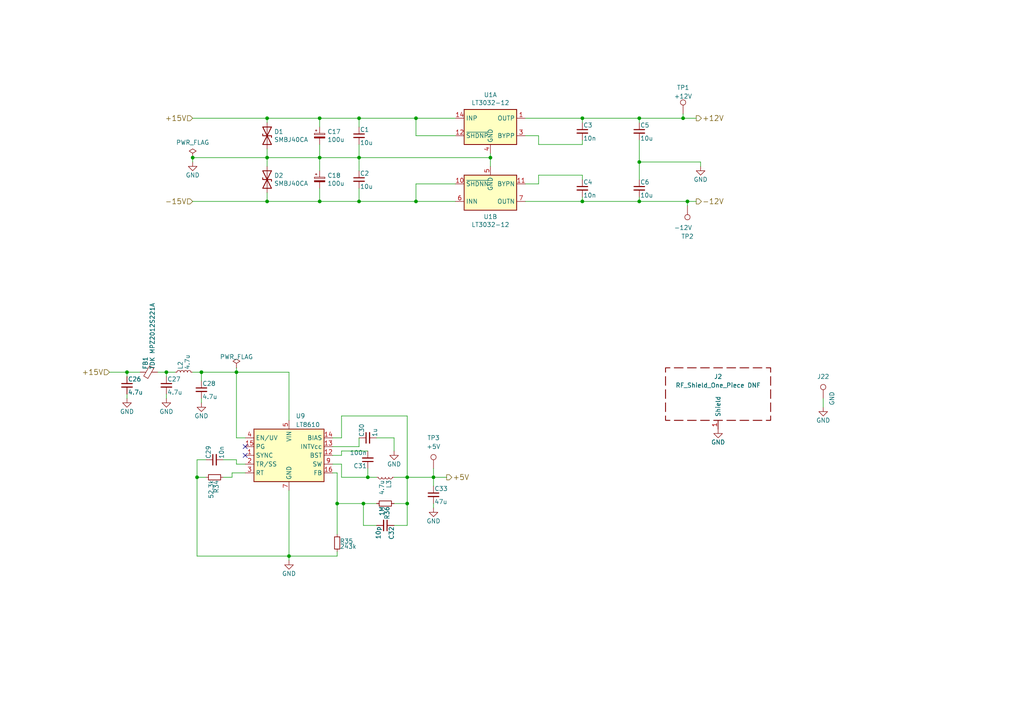
<source format=kicad_sch>
(kicad_sch (version 20230121) (generator eeschema)
  (paper "A4")
  (title_block (title "RedPitaya IntStab: +/-12V,+5V Supply") (date "2023-11-02") (rev "1.5.2") (company "Atoms-Photons-Quanta, Institut für Angewandte Physik, TU Darmstadt") (comment 1 "Tilman Preuschoff"))
  (lib_symbols
    (symbol "Connector:TestPoint" (pin_numbers hide) (pin_names (offset 0.762) hide)
      (property "Reference" "TP" (at 0 6.858 0))
      (property "Value" "TestPoint" (at 0 5.08 0))
      (symbol "TestPoint_0_1"
        (circle (center 0 3.302) (radius 0.762))
      )
      (symbol "TestPoint_1_1"
        (pin passive line (at 0 0 90) (length 2.54) (name "1") (number "1"))
      )
    )
    (symbol "Device:C_Polarized_Small" (pin_numbers hide) (pin_names (offset 0.254) hide)
      (property "Reference" "C" (at 0.254 1.778 0))
      (property "Value" "C_Polarized_Small" (at 0.254 -2.032 0))
      (symbol "C_Polarized_Small_0_1"
        (rectangle (start -1.524 -0.3048) (end 1.524 -0.6858) (fill (type outline)))
        (rectangle (start -1.524 0.6858) (end 1.524 0.3048))
        (polyline (pts (xy -1.27 1.524) (xy -0.762 1.524)))
        (polyline (pts (xy -1.016 1.27) (xy -1.016 1.778)))
      )
      (symbol "C_Polarized_Small_1_1"
        (pin passive line (at 0 2.54 270) (length 1.8542) (name "~") (number "1"))
        (pin passive line (at 0 -2.54 90) (length 1.8542) (name "~") (number "2"))
      )
    )
    (symbol "Device:C_Small" (pin_numbers hide) (pin_names (offset 0.254) hide)
      (property "Reference" "C" (at 0.254 1.778 0))
      (property "Value" "C_Small" (at 0.254 -2.032 0))
      (symbol "C_Small_0_1"
        (polyline (pts (xy -1.524 -0.508) (xy 1.524 -0.508)) (stroke (width 0.3302)))
        (polyline (pts (xy -1.524 0.508) (xy 1.524 0.508)) (stroke (width 0.3048)))
      )
      (symbol "C_Small_1_1"
        (pin passive line (at 0 2.54 270) (length 2.032) (name "~") (number "1"))
        (pin passive line (at 0 -2.54 90) (length 2.032) (name "~") (number "2"))
      )
    )
    (symbol "Device:D_TVS" (pin_numbers hide) (pin_names (offset 1.016) hide)
      (property "Reference" "D" (at 0 2.54 0))
      (property "Value" "D_TVS" (at 0 -2.54 0))
      (symbol "D_TVS_0_1"
        (polyline (pts (xy 1.27 0) (xy -1.27 0)))
        (polyline (pts (xy 0.508 1.27) (xy 0 1.27) (xy 0 -1.27) (xy -0.508 -1.27)) (stroke (width 0.254)))
        (polyline (pts (xy -2.54 1.27) (xy -2.54 -1.27) (xy 2.54 1.27) (xy 2.54 -1.27) (xy -2.54 1.27)) (stroke (width 0.254)))
      )
      (symbol "D_TVS_1_1"
        (pin passive line (at -3.81 0 0) (length 2.54) (name "A1") (number "1"))
        (pin passive line (at 3.81 0 180) (length 2.54) (name "A2") (number "2"))
      )
    )
    (symbol "Device:FerriteBead_Small" (pin_numbers hide) (pin_names (offset 0))
      (property "Reference" "FB" (at 1.905 1.27 0))
      (property "Value" "FerriteBead_Small" (at 1.905 -1.27 0))
      (symbol "FerriteBead_Small_0_1"
        (polyline (pts (xy 0 -1.27) (xy 0 -0.7874)))
        (polyline (pts (xy 0 0.889) (xy 0 1.2954)))
        (polyline (pts (xy -1.8288 0.2794) (xy -1.1176 1.4986) (xy 1.8288 -0.2032) (xy 1.1176 -1.4224) (xy -1.8288 0.2794)))
      )
      (symbol "FerriteBead_Small_1_1"
        (pin passive line (at 0 2.54 270) (length 1.27) (name "~") (number "1"))
        (pin passive line (at 0 -2.54 90) (length 1.27) (name "~") (number "2"))
      )
    )
    (symbol "Device:L_Small" (pin_numbers hide) (pin_names (offset 0.254) hide)
      (property "Reference" "L" (at 0.762 1.016 0))
      (property "Value" "L_Small" (at 0.762 -1.016 0))
      (symbol "L_Small_0_1"
        (arc (start 0 -2.032) (mid 0.5058 -1.524) (end 0 -1.016))
        (arc (start 0 -1.016) (mid 0.5058 -0.508) (end 0 0))
        (arc (start 0 0) (mid 0.5058 0.508) (end 0 1.016))
        (arc (start 0 1.016) (mid 0.5058 1.524) (end 0 2.032))
      )
      (symbol "L_Small_1_1"
        (pin passive line (at 0 2.54 270) (length 0.508) (name "~") (number "1"))
        (pin passive line (at 0 -2.54 90) (length 0.508) (name "~") (number "2"))
      )
    )
    (symbol "Device:RFShield_OnePiece" (pin_names (offset 1.016))
      (property "Reference" "J" (at 0 5.08 0))
      (property "Value" "RFShield_OnePiece" (at 0 2.54 0))
      (symbol "RFShield_OnePiece_0_1"
        (polyline (pts (xy -15.24 -5.08) (xy -15.24 -2.54)) (stroke (width 0.254)))
        (polyline (pts (xy -15.24 -1.27) (xy -15.24 1.27)) (stroke (width 0.254)))
        (polyline (pts (xy -15.24 2.54) (xy -15.24 5.08)) (stroke (width 0.254)))
        (polyline (pts (xy -12.7 7.62) (xy -10.16 7.62)) (stroke (width 0.254)))
        (polyline (pts (xy -10.16 -7.62) (xy -12.7 -7.62)) (stroke (width 0.254)))
        (polyline (pts (xy -6.35 -7.62) (xy -8.89 -7.62)) (stroke (width 0.254)))
        (polyline (pts (xy -6.35 7.62) (xy -8.89 7.62)) (stroke (width 0.254)))
        (polyline (pts (xy -2.54 -7.62) (xy -5.08 -7.62)) (stroke (width 0.254)))
        (polyline (pts (xy -2.54 7.62) (xy -5.08 7.62)) (stroke (width 0.254)))
        (polyline (pts (xy -1.27 -7.62) (xy 1.27 -7.62)) (stroke (width 0.254)))
        (polyline (pts (xy 1.27 7.62) (xy -1.27 7.62)) (stroke (width 0.254)))
        (polyline (pts (xy 2.54 -7.62) (xy 5.08 -7.62)) (stroke (width 0.254)))
        (polyline (pts (xy 5.08 7.62) (xy 2.54 7.62)) (stroke (width 0.254)))
        (polyline (pts (xy 6.35 -7.62) (xy 8.89 -7.62)) (stroke (width 0.254)))
        (polyline (pts (xy 8.89 7.62) (xy 6.35 7.62)) (stroke (width 0.254)))
        (polyline (pts (xy 10.16 -7.62) (xy 12.7 -7.62)) (stroke (width 0.254)))
        (polyline (pts (xy 12.7 7.62) (xy 10.16 7.62)) (stroke (width 0.254)))
        (polyline (pts (xy 15.24 -5.08) (xy 15.24 -2.54)) (stroke (width 0.254)))
        (polyline (pts (xy 15.24 -1.27) (xy 15.24 1.27)) (stroke (width 0.254)))
        (polyline (pts (xy 15.24 2.54) (xy 15.24 5.08)) (stroke (width 0.254)))
        (polyline (pts (xy -15.24 6.35) (xy -15.24 7.62) (xy -13.97 7.62)) (stroke (width 0.254)))
        (polyline (pts (xy -13.97 -7.62) (xy -15.24 -7.62) (xy -15.24 -6.35)) (stroke (width 0.254)))
        (polyline (pts (xy 13.97 -7.62) (xy 15.24 -7.62) (xy 15.24 -6.35)) (stroke (width 0.254)))
        (polyline (pts (xy 15.24 6.35) (xy 15.24 7.62) (xy 13.97 7.62)) (stroke (width 0.254)))
      )
      (symbol "RFShield_OnePiece_1_1"
        (pin passive line (at 0 -10.16 90) (length 2.54) (name "Shield") (number "1"))
      )
    )
    (symbol "Device:R_Small" (pin_numbers hide) (pin_names (offset 0.254) hide)
      (property "Reference" "R" (at 0.762 0.508 0))
      (property "Value" "R_Small" (at 0.762 -1.016 0))
      (symbol "R_Small_0_1"
        (rectangle (start -0.762 1.778) (end 0.762 -1.778) (stroke (width 0.2032)))
      )
      (symbol "R_Small_1_1"
        (pin passive line (at 0 2.54 270) (length 0.762) (name "~") (number "1"))
        (pin passive line (at 0 -2.54 90) (length 0.762) (name "~") (number "2"))
      )
    )
    (symbol "Regulator_Linear:LT3032-12"
      (property "Reference" "U" (at -6.35 6.35 0))
      (property "Value" "LT3032-12" (at 1.27 6.35 0))
      (symbol "LT3032-12_0_1"
        (rectangle (start -7.62 5.08) (end 7.62 -5.08) (stroke (width 0.254)) (fill (type background)))
      )
      (symbol "LT3032-12_1_1"
        (pin power_out line (at 10.16 2.54 180) (length 2.54) (name "OUTP") (number "1"))
        (pin input line (at -10.16 -2.54 0) (length 2.54) (name "~{SHDNP}") (number "12"))
        (pin no_connect line (at 7.62 -5.08 180) (length 2.54) hide (name "NC") (number "13"))
        (pin power_in line (at -10.16 2.54 0) (length 2.54) (name "INP") (number "14"))
        (pin no_connect line (at 7.62 0 180) (length 2.54) hide (name "NC") (number "2"))
        (pin passive line (at 10.16 -2.54 180) (length 2.54) (name "BYPP") (number "3"))
        (pin power_in line (at 0 -7.62 90) (length 2.54) (name "GND") (number "4"))
      )
      (symbol "LT3032-12_2_1"
        (pin input line (at -10.16 -2.54 0) (length 2.54) (name "~{SHDNN}") (number "10"))
        (pin passive line (at 10.16 -2.54 180) (length 2.54) (name "BYPN") (number "11"))
        (pin power_in line (at 0 -7.62 90) (length 2.54) (name "GND") (number "5"))
        (pin power_in line (at -10.16 2.54 0) (length 2.54) (name "INN") (number "6"))
        (pin power_out line (at 10.16 2.54 180) (length 2.54) (name "OUTN") (number "7"))
        (pin no_connect line (at 7.62 0 180) (length 2.54) hide (name "NC") (number "8"))
        (pin passive line (at -10.16 2.54 0) (length 2.54) hide (name "INN") (number "9"))
      )
    )
    (symbol "Regulator_Switching:LT8610"
      (property "Reference" "U" (at -8.89 8.89 0))
      (property "Value" "LT8610" (at 6.858 8.636 0))
      (symbol "LT8610_0_1"
        (rectangle (start -10.16 7.62) (end 10.16 -7.62) (stroke (width 0.254)) (fill (type background)))
      )
      (symbol "LT8610_1_1"
        (pin input line (at -12.7 0 0) (length 2.54) (name "SYNC") (number "1"))
        (pin passive line (at 12.7 -2.54 180) (length 2.54) hide (name "SW") (number "10"))
        (pin passive line (at 12.7 -2.54 180) (length 2.54) hide (name "SW") (number "11"))
        (pin input line (at 12.7 0 180) (length 2.54) (name "BST") (number "12"))
        (pin passive line (at 12.7 2.54 180) (length 2.54) (name "INTVcc") (number "13"))
        (pin input line (at 12.7 5.08 180) (length 2.54) (name "BIAS") (number "14"))
        (pin open_collector line (at -12.7 2.54 0) (length 2.54) (name "PG") (number "15"))
        (pin input line (at 12.7 -5.08 180) (length 2.54) (name "FB") (number "16"))
        (pin passive line (at 0 -10.16 90) (length 2.54) hide (name "GND") (number "17"))
        (pin input line (at -12.7 -2.54 0) (length 2.54) (name "TR/SS") (number "2"))
        (pin passive line (at -12.7 -5.08 0) (length 2.54) (name "RT") (number "3"))
        (pin input line (at -12.7 5.08 0) (length 2.54) (name "EN/UV") (number "4"))
        (pin power_in line (at 0 10.16 270) (length 2.54) (name "VIN") (number "5"))
        (pin passive line (at 0 10.16 270) (length 2.54) hide (name "VIN") (number "6"))
        (pin power_in line (at 0 -10.16 90) (length 2.54) (name "GND") (number "7"))
        (pin passive line (at 0 -10.16 90) (length 2.54) hide (name "GND") (number "8"))
        (pin output line (at 12.7 -2.54 180) (length 2.54) (name "SW") (number "9"))
      )
    )
    (symbol "power:GND" (power) (pin_names (offset 0))
      (property "Value" "GND" (at 0 -3.81 0))
      (symbol "GND_0_1"
        (polyline (pts (xy 0 0) (xy 0 -1.27) (xy 1.27 -1.27) (xy 0 -2.54) (xy -1.27 -1.27) (xy 0 -1.27)))
      )
      (symbol "GND_1_1"
        (pin power_in line (at 0 0 270) (length 0) hide (name "GND") (number "1"))
      )
    )
    (symbol "power:PWR_FLAG" (power) (pin_numbers hide) (pin_names (offset 0) hide)
      (property "Value" "PWR_FLAG" (at 0 3.81 0))
      (symbol "PWR_FLAG_0_0"
        (pin power_out line (at 0 0 90) (length 0) (name "pwr") (number "1"))
      )
      (symbol "PWR_FLAG_0_1"
        (polyline (pts (xy 0 0) (xy 0 1.27) (xy -1.016 1.905) (xy 0 2.54) (xy 1.016 1.905) (xy 0 1.27)))
      )
    )
  )
  (junction (at 106.68 138.43))
  (junction (at 104.14 58.42))
  (junction (at 120.65 34.29))
  (junction (at 125.73 138.43))
  (junction (at 185.42 58.42))
  (junction (at 77.47 34.29))
  (junction (at 120.65 58.42))
  (junction (at 118.11 138.43))
  (junction (at 68.58 107.95))
  (junction (at 104.14 34.29))
  (junction (at 118.11 146.05))
  (junction (at 55.88 45.72))
  (junction (at 97.79 146.05))
  (junction (at 105.41 146.05))
  (junction (at 92.71 58.42))
  (junction (at 36.83 107.95))
  (junction (at 198.12 34.29))
  (junction (at 83.82 161.29))
  (junction (at 48.26 107.95))
  (junction (at 58.42 107.95))
  (junction (at 92.71 45.72))
  (junction (at 77.47 58.42))
  (junction (at 185.42 34.29))
  (junction (at 57.15 138.43))
  (junction (at 142.24 45.72))
  (junction (at 77.47 45.72))
  (junction (at 199.39 58.42))
  (junction (at 185.42 46.99))
  (junction (at 168.91 34.29))
  (junction (at 92.71 34.29))
  (junction (at 104.14 45.72))
  (junction (at 168.91 58.42))
  (no_connect (at 71.12 129.54))
  (no_connect (at 71.12 132.08))
  (wire (pts (xy 92.71 45.72) (xy 104.14 45.72)))
  (wire (pts (xy 77.47 45.72) (xy 77.47 43.18)))
  (wire (pts (xy 68.58 134.62) (xy 68.58 133.35)))
  (wire (pts (xy 96.52 132.08) (xy 99.06 132.08)))
  (wire (pts (xy 96.52 137.16) (xy 97.79 137.16)))
  (wire (pts (xy 77.47 45.72) (xy 92.71 45.72)))
  (wire (pts (xy 77.47 58.42) (xy 92.71 58.42)))
  (wire (pts (xy 57.15 161.29) (xy 83.82 161.29)))
  (wire (pts (xy 68.58 127) (xy 71.12 127)))
  (wire (pts (xy 118.11 138.43) (xy 118.11 146.05)))
  (wire (pts (xy 114.3 127) (xy 114.3 130.81)))
  (wire (pts (xy 48.26 107.95) (xy 48.26 109.22)))
  (wire (pts (xy 55.88 34.29) (xy 77.47 34.29)))
  (wire (pts (xy 99.06 132.08) (xy 99.06 130.81)))
  (wire (pts (xy 92.71 49.53) (xy 92.71 45.72)))
  (wire (pts (xy 64.77 138.43) (xy 67.31 138.43)))
  (wire (pts (xy 96.52 129.54) (xy 104.14 129.54)))
  (wire (pts (xy 198.12 34.29) (xy 201.93 34.29)))
  (wire (pts (xy 68.58 106.68) (xy 68.58 107.95)))
  (wire (pts (xy 118.11 152.4) (xy 118.11 146.05)))
  (wire (pts (xy 104.14 34.29) (xy 104.14 36.83)))
  (wire (pts (xy 105.41 152.4) (xy 105.41 146.05)))
  (wire (pts (xy 120.65 53.34) (xy 132.08 53.34)))
  (wire (pts (xy 58.42 107.95) (xy 58.42 110.49)))
  (wire (pts (xy 58.42 115.57) (xy 58.42 116.84)))
  (wire (pts (xy 83.82 142.24) (xy 83.82 161.29)))
  (wire (pts (xy 203.2 46.99) (xy 203.2 48.26)))
  (wire (pts (xy 92.71 36.83) (xy 92.71 34.29)))
  (wire (pts (xy 31.75 107.95) (xy 36.83 107.95)))
  (wire (pts (xy 142.24 44.45) (xy 142.24 45.72)))
  (wire (pts (xy 120.65 34.29) (xy 104.14 34.29)))
  (wire (pts (xy 36.83 114.3) (xy 36.83 115.57)))
  (wire (pts (xy 68.58 107.95) (xy 83.82 107.95)))
  (wire (pts (xy 185.42 46.99) (xy 203.2 46.99)))
  (wire (pts (xy 109.22 127) (xy 114.3 127)))
  (wire (pts (xy 99.06 127) (xy 99.06 120.65)))
  (wire (pts (xy 92.71 58.42) (xy 104.14 58.42)))
  (wire (pts (xy 92.71 34.29) (xy 104.14 34.29)))
  (wire (pts (xy 120.65 39.37) (xy 132.08 39.37)))
  (wire (pts (xy 156.21 50.8) (xy 156.21 53.34)))
  (wire (pts (xy 198.12 33.02) (xy 198.12 34.29)))
  (wire (pts (xy 92.71 54.61) (xy 92.71 58.42)))
  (wire (pts (xy 97.79 146.05) (xy 105.41 146.05)))
  (wire (pts (xy 105.41 146.05) (xy 109.22 146.05)))
  (wire (pts (xy 152.4 39.37) (xy 156.21 39.37)))
  (wire (pts (xy 45.72 107.95) (xy 48.26 107.95)))
  (wire (pts (xy 55.88 58.42) (xy 77.47 58.42)))
  (wire (pts (xy 92.71 41.91) (xy 92.71 45.72)))
  (wire (pts (xy 125.73 135.89) (xy 125.73 138.43)))
  (wire (pts (xy 77.47 48.26) (xy 77.47 45.72)))
  (wire (pts (xy 199.39 58.42) (xy 185.42 58.42)))
  (wire (pts (xy 104.14 45.72) (xy 142.24 45.72)))
  (wire (pts (xy 114.3 138.43) (xy 118.11 138.43)))
  (wire (pts (xy 168.91 34.29) (xy 185.42 34.29)))
  (wire (pts (xy 185.42 58.42) (xy 168.91 58.42)))
  (wire (pts (xy 125.73 147.32) (xy 125.73 146.05)))
  (wire (pts (xy 96.52 127) (xy 99.06 127)))
  (wire (pts (xy 48.26 107.95) (xy 50.8 107.95)))
  (wire (pts (xy 104.14 45.72) (xy 104.14 49.53)))
  (wire (pts (xy 120.65 58.42) (xy 132.08 58.42)))
  (wire (pts (xy 68.58 107.95) (xy 68.58 127)))
  (wire (pts (xy 77.47 55.88) (xy 77.47 58.42)))
  (wire (pts (xy 118.11 138.43) (xy 125.73 138.43)))
  (wire (pts (xy 125.73 138.43) (xy 125.73 140.97)))
  (wire (pts (xy 185.42 46.99) (xy 185.42 52.07)))
  (wire (pts (xy 83.82 161.29) (xy 97.79 161.29)))
  (wire (pts (xy 36.83 107.95) (xy 40.64 107.95)))
  (wire (pts (xy 106.68 138.43) (xy 109.22 138.43)))
  (wire (pts (xy 104.14 129.54) (xy 104.14 127)))
  (wire (pts (xy 156.21 50.8) (xy 168.91 50.8)))
  (wire (pts (xy 114.3 152.4) (xy 118.11 152.4)))
  (wire (pts (xy 55.88 107.95) (xy 58.42 107.95)))
  (wire (pts (xy 77.47 34.29) (xy 92.71 34.29)))
  (wire (pts (xy 199.39 59.69) (xy 199.39 58.42)))
  (wire (pts (xy 152.4 34.29) (xy 168.91 34.29)))
  (wire (pts (xy 58.42 107.95) (xy 68.58 107.95)))
  (wire (pts (xy 71.12 137.16) (xy 67.31 137.16)))
  (wire (pts (xy 156.21 53.34) (xy 152.4 53.34)))
  (wire (pts (xy 114.3 146.05) (xy 118.11 146.05)))
  (wire (pts (xy 57.15 138.43) (xy 57.15 161.29)))
  (wire (pts (xy 55.88 45.72) (xy 55.88 46.99)))
  (wire (pts (xy 238.76 115.57) (xy 238.76 118.11)))
  (wire (pts (xy 97.79 146.05) (xy 97.79 154.94)))
  (wire (pts (xy 36.83 107.95) (xy 36.83 109.22)))
  (wire (pts (xy 97.79 161.29) (xy 97.79 160.02)))
  (wire (pts (xy 104.14 41.91) (xy 104.14 45.72)))
  (wire (pts (xy 125.73 138.43) (xy 129.54 138.43)))
  (wire (pts (xy 57.15 133.35) (xy 59.69 133.35)))
  (wire (pts (xy 99.06 134.62) (xy 99.06 138.43)))
  (wire (pts (xy 67.31 137.16) (xy 67.31 138.43)))
  (wire (pts (xy 96.52 134.62) (xy 99.06 134.62)))
  (wire (pts (xy 77.47 35.56) (xy 77.47 34.29)))
  (wire (pts (xy 99.06 130.81) (xy 106.68 130.81)))
  (wire (pts (xy 57.15 138.43) (xy 57.15 133.35)))
  (wire (pts (xy 168.91 50.8) (xy 168.91 52.07)))
  (wire (pts (xy 55.88 45.72) (xy 77.47 45.72)))
  (wire (pts (xy 99.06 120.65) (xy 118.11 120.65)))
  (wire (pts (xy 156.21 41.91) (xy 168.91 41.91)))
  (wire (pts (xy 142.24 45.72) (xy 142.24 48.26)))
  (wire (pts (xy 168.91 57.15) (xy 168.91 58.42)))
  (wire (pts (xy 152.4 58.42) (xy 168.91 58.42)))
  (wire (pts (xy 185.42 40.64) (xy 185.42 46.99)))
  (wire (pts (xy 48.26 115.57) (xy 48.26 114.3)))
  (wire (pts (xy 99.06 138.43) (xy 106.68 138.43)))
  (wire (pts (xy 201.93 58.42) (xy 199.39 58.42)))
  (wire (pts (xy 83.82 121.92) (xy 83.82 107.95)))
  (wire (pts (xy 185.42 34.29) (xy 198.12 34.29)))
  (wire (pts (xy 156.21 39.37) (xy 156.21 41.91)))
  (wire (pts (xy 118.11 120.65) (xy 118.11 138.43)))
  (wire (pts (xy 185.42 34.29) (xy 185.42 35.56)))
  (wire (pts (xy 168.91 41.91) (xy 168.91 40.64)))
  (wire (pts (xy 120.65 53.34) (xy 120.65 58.42)))
  (wire (pts (xy 185.42 57.15) (xy 185.42 58.42)))
  (wire (pts (xy 83.82 161.29) (xy 83.82 162.56)))
  (wire (pts (xy 68.58 134.62) (xy 71.12 134.62)))
  (wire (pts (xy 109.22 152.4) (xy 105.41 152.4)))
  (wire (pts (xy 120.65 34.29) (xy 132.08 34.29)))
  (wire (pts (xy 120.65 58.42) (xy 104.14 58.42)))
  (wire (pts (xy 104.14 54.61) (xy 104.14 58.42)))
  (wire (pts (xy 106.68 135.89) (xy 106.68 138.43)))
  (wire (pts (xy 59.69 138.43) (xy 57.15 138.43)))
  (wire (pts (xy 97.79 137.16) (xy 97.79 146.05)))
  (wire (pts (xy 168.91 34.29) (xy 168.91 35.56)))
  (wire (pts (xy 120.65 39.37) (xy 120.65 34.29)))
  (wire (pts (xy 68.58 133.35) (xy 64.77 133.35)))
  (hierarchical_label "+15V" (shape input) (at 31.75 107.95 180) (effects (font (size 1.524 1.524))))
  (hierarchical_label "+12V" (shape output) (at 201.93 34.29 0) (effects (font (size 1.524 1.524))))
  (hierarchical_label "-15V" (shape input) (at 55.88 58.42 180) (effects (font (size 1.524 1.524))))
  (hierarchical_label "+15V" (shape input) (at 55.88 34.29 180) (effects (font (size 1.524 1.524))))
  (hierarchical_label "-12V" (shape output) (at 201.93 58.42 0) (effects (font (size 1.524 1.524))))
  (hierarchical_label "+5V" (shape output) (at 129.54 138.43 0) (effects (font (size 1.524 1.524))))
  (symbol (lib_id "Device:C_Small") (at 36.83 111.76 0) (unit 1)
    (property "Reference" "C26" (at 37.084 109.982 0) (effects (justify left)))
    (property "Value" "4.7u" (at 37.084 113.792 0) (effects (justify left)))
    (property "Footprint" "Capacitor_SMD:C_0805_2012Metric" (effects hide))
    (property "MFN" "Taiyo Yuden" (effects hide))
    (property "PN" "UMK212BBJ475KG-T" (effects hide))
  )
  (symbol (lib_id "Device:C_Small") (at 62.23 133.35 90) (unit 1)
    (property "Reference" "C29" (at 60.452 133.096 0) (effects (justify left)))
    (property "Value" "10n" (at 64.262 133.096 0) (effects (justify left)))
    (property "Footprint" "Capacitor_SMD:C_0603_1608Metric" (effects hide))
    (property "MFN" "TDK" (effects hide))
    (property "PN" "CGA3E2C0G1H103J080AA" (effects hide))
  )
  (symbol (lib_id "Device:C_Small") (at 106.68 127 90) (unit 1)
    (property "Reference" "C30" (at 104.902 126.746 0) (effects (justify left)))
    (property "Value" "1u" (at 108.712 126.746 0) (effects (justify left)))
    (property "Footprint" "Capacitor_SMD:C_0805_2012Metric" (effects hide))
    (property "MFN" "Taiyo Yuden" (effects hide))
    (property "PN" "UMK212B7105KG-T" (effects hide))
  )
  (symbol (lib_id "Device:C_Small") (at 111.76 152.4 270) (unit 1)
    (property "Reference" "C32" (at 113.538 152.654 0) (effects (justify left)))
    (property "Value" "10p" (at 109.728 152.654 0) (effects (justify left)))
    (property "Footprint" "Capacitor_SMD:C_0603_1608Metric" (effects hide))
    (property "MFN" "Wurth Electronics" (effects hide))
    (property "PN" "885012006051" (effects hide))
  )
  (symbol (lib_id "Device:R_Small") (at 62.23 138.43 270) (unit 1)
    (property "Reference" "R34" (at 62.738 139.192 0) (effects (justify left)))
    (property "Value" "52.3k" (at 61.214 139.192 0) (effects (justify left)))
    (property "Footprint" "Resistor_SMD:R_0603_1608Metric" (effects hide))
    (property "MFN" "Susumu" (effects hide))
    (property "PN" "RR0816P-5232-D-70C" (effects hide))
  )
  (symbol (lib_id "Device:R_Small") (at 97.79 157.48 0) (unit 1)
    (property "Reference" "R35" (at 98.552 156.972 0) (effects (justify left)))
    (property "Value" "243k" (at 98.552 158.496 0) (effects (justify left)))
    (property "Footprint" "Resistor_SMD:R_0603_1608Metric" (effects hide))
    (property "MFN" "Susumu" (effects hide))
    (property "PN" "RR0816P-2433-D-38D" (effects hide))
  )
  (symbol (lib_id "Device:R_Small") (at 111.76 146.05 270) (unit 1)
    (property "Reference" "R36" (at 112.268 146.812 0) (effects (justify left)))
    (property "Value" "1M" (at 110.744 146.812 0) (effects (justify left)))
    (property "Footprint" "Resistor_SMD:R_0603_1608Metric" (effects hide))
    (property "MFN" "Panasonic" (effects hide))
    (property "PN" "ERJ-3RED1004V" (effects hide))
  )
  (symbol (lib_id "Device:L_Small") (at 111.76 138.43 270) (unit 1)
    (property "Reference" "L3" (at 112.776 139.192 0) (effects (justify left)))
    (property "Value" "4.7u" (at 110.744 139.192 0) (effects (justify left)))
    (property "Footprint" "custom:Coilcraft_MSS1278T" (effects hide))
    (property "MFN" "Coilcraft" (effects hide))
    (property "PN" "MSS1278T-472MLD" (effects hide))
  )
  (symbol (lib_id "Device:L_Small") (at 53.34 107.95 90) (unit 1)
    (property "Reference" "L2" (at 52.324 107.188 0) (effects (justify left)))
    (property "Value" "4.7u" (at 54.356 107.188 0) (effects (justify left)))
    (property "Footprint" "custom:Coilcraft_MSS1278T" (effects hide))
    (property "MFN" "Coilcraft" (effects hide))
    (property "PN" "MSS1278T-472MLD" (effects hide))
  )
  (symbol (lib_id "Device:FerriteBead_Small") (at 43.18 107.95 90) (unit 1)
    (property "Reference" "FB1" (at 42.164 107.188 0) (effects (justify left)))
    (property "Value" "TDK MPZ2012S221A" (at 44.196 107.188 0) (effects (justify left)))
    (property "Footprint" "Inductor_SMD:L_0805_2012Metric" (effects hide))
    (property "MFN" "TDK" (effects hide))
    (property "PN" "MPZ2012S221AT000" (effects hide))
  )
  (symbol (lib_id "power:GND") (at 36.83 115.57 0) (unit 1)
    (property "Reference" "#PWR05" (effects hide))
    (property "Value" "GND" (at 36.83 119.38 0))
  )
  (symbol (lib_id "power:GND") (at 48.26 115.57 0) (unit 1)
    (property "Reference" "#PWR06" (effects hide))
    (property "Value" "GND" (at 48.26 119.38 0))
  )
  (symbol (lib_id "power:GND") (at 58.42 116.84 0) (unit 1)
    (property "Reference" "#PWR07" (effects hide))
    (property "Value" "GND" (at 58.42 120.65 0))
  )
  (symbol (lib_id "power:GND") (at 83.82 162.56 0) (unit 1)
    (property "Reference" "#PWR08" (effects hide))
    (property "Value" "GND" (at 83.82 166.37 0))
  )
  (symbol (lib_id "power:GND") (at 125.73 147.32 0) (unit 1)
    (property "Reference" "#PWR09" (effects hide))
    (property "Value" "GND" (at 125.73 151.13 0))
  )
  (symbol (lib_id "Device:C_Small") (at 125.73 143.51 0) (unit 1)
    (property "Reference" "C33" (at 125.984 141.732 0) (effects (justify left)))
    (property "Value" "47u" (at 125.984 145.542 0) (effects (justify left)))
    (property "Footprint" "Capacitor_SMD:C_1210_3225Metric" (effects hide))
    (property "MFN" "Taiyo Yuden" (effects hide))
    (property "PN" "EMK325BJ476MM-P" (effects hide))
  )
  (symbol (lib_id "Device:RFShield_OnePiece") (at 208.28 114.3 0) (unit 1)
    (property "Reference" "J2" (at 208.28 109.22 0))
    (property "Value" "RF_Shield_One_Piece DNF" (at 208.28 111.76 0))
    (property "Footprint" "custom:Laird_Technologies_BMI-S-107_44.37x44.37mm" (effects hide))
    (property "MFN" "Wurth Electronics" (effects hide))
    (property "PN" "36907406S" (effects hide))
  )
  (symbol (lib_id "power:GND") (at 208.28 124.46 0) (unit 1)
    (property "Reference" "#PWR010" (effects hide))
    (property "Value" "GND" (at 208.28 128.27 0))
  )
  (symbol (lib_id "Device:C_Small") (at 48.26 111.76 0) (unit 1)
    (property "Reference" "C27" (at 48.514 109.982 0) (effects (justify left)))
    (property "Value" "4.7u" (at 48.514 113.792 0) (effects (justify left)))
    (property "Footprint" "Capacitor_SMD:C_0805_2012Metric" (effects hide))
    (property "MFN" "Taiyo Yuden" (effects hide))
    (property "PN" "UMK212BBJ475KG-T" (effects hide))
  )
  (symbol (lib_id "Device:C_Small") (at 58.42 113.03 0) (unit 1)
    (property "Reference" "C28" (at 58.674 111.252 0) (effects (justify left)))
    (property "Value" "4.7u" (at 58.674 115.062 0) (effects (justify left)))
    (property "Footprint" "Capacitor_SMD:C_0805_2012Metric" (effects hide))
    (property "MFN" "Taiyo Yuden" (effects hide))
    (property "PN" "UMK212BBJ475KG-T" (effects hide))
  )
  (symbol (lib_id "Device:C_Small") (at 106.68 133.35 180) (unit 1)
    (property "Reference" "C31" (at 106.426 135.128 0) (effects (justify left)))
    (property "Value" "100n" (at 106.426 131.318 0) (effects (justify left)))
    (property "Footprint" "Capacitor_SMD:C_0603_1608Metric" (effects hide))
    (property "MFN" "Kemet" (effects hide))
    (property "PN" "C0603C104K5RECAUTO" (effects hide))
  )
  (symbol (lib_id "Device:C_Small") (at 104.14 39.37 0) (unit 1)
    (property "Reference" "C1" (at 104.394 37.592 0) (effects (justify left)))
    (property "Value" "10u" (at 104.394 41.402 0) (effects (justify left)))
    (property "Footprint" "Capacitor_SMD:C_1210_3225Metric" (effects hide))
    (property "MFN" "Murata" (effects hide))
    (property "PN" "GCM32EL8EH106KA07L" (effects hide))
  )
  (symbol (lib_id "Device:C_Small") (at 168.91 54.61 0) (unit 1)
    (property "Reference" "C4" (at 169.164 52.832 0) (effects (justify left)))
    (property "Value" "10n" (at 169.164 56.642 0) (effects (justify left)))
    (property "Footprint" "Capacitor_SMD:C_0603_1608Metric" (effects hide))
    (property "MFN" "TDK" (effects hide))
    (property "PN" "CGA3E2C0G1H103J080AA" (effects hide))
  )
  (symbol (lib_id "Device:C_Small") (at 168.91 38.1 0) (unit 1)
    (property "Reference" "C3" (at 169.164 36.322 0) (effects (justify left)))
    (property "Value" "10n" (at 169.164 40.132 0) (effects (justify left)))
    (property "Footprint" "Capacitor_SMD:C_0603_1608Metric" (effects hide))
    (property "MFN" "TDK" (effects hide))
    (property "PN" "CGA3E2C0G1H103J080AA" (effects hide))
  )
  (symbol (lib_id "power:GND") (at 203.2 48.26 0) (unit 1)
    (property "Reference" "#PWR011" (effects hide))
    (property "Value" "GND" (at 203.2 52.07 0))
  )
  (symbol (lib_id "power:GND") (at 55.88 46.99 0) (unit 1)
    (property "Reference" "#PWR012" (effects hide))
    (property "Value" "GND" (at 55.88 50.8 0))
  )
  (symbol (lib_id "Device:C_Small") (at 104.14 52.07 0) (unit 1)
    (property "Reference" "C2" (at 104.394 50.292 0) (effects (justify left)))
    (property "Value" "10u" (at 104.394 54.102 0) (effects (justify left)))
    (property "Footprint" "Capacitor_SMD:C_1210_3225Metric" (effects hide))
    (property "MFN" "Murata" (effects hide))
    (property "PN" "GCM32EL8EH106KA07L" (effects hide))
  )
  (symbol (lib_id "Device:C_Small") (at 185.42 38.1 0) (unit 1)
    (property "Reference" "C5" (at 185.674 36.322 0) (effects (justify left)))
    (property "Value" "10u" (at 185.674 40.132 0) (effects (justify left)))
    (property "Footprint" "Capacitor_SMD:C_1210_3225Metric" (effects hide))
    (property "MFN" "Murata" (effects hide))
    (property "PN" "GCM32EL8EH106KA07L" (effects hide))
  )
  (symbol (lib_id "Device:C_Small") (at 185.42 54.61 0) (unit 1)
    (property "Reference" "C6" (at 185.674 52.832 0) (effects (justify left)))
    (property "Value" "10u" (at 185.674 56.642 0) (effects (justify left)))
    (property "Footprint" "Capacitor_SMD:C_1210_3225Metric" (effects hide))
    (property "MFN" "Murata" (effects hide))
    (property "PN" "GCM32EL8EH106KA07L" (effects hide))
  )
  (symbol (lib_id "Connector:TestPoint") (at 125.73 135.89 0) (unit 1)
    (property "Reference" "TP3" (at 125.73 127 0))
    (property "Value" "+5V" (at 125.73 129.54 0))
    (property "Footprint" "TestPoint:TestPoint_THTPad_D1.5mm_Drill0.7mm" (effects hide))
    (property "Config" "DNF" (effects hide))
  )
  (symbol (lib_id "Connector:TestPoint") (at 198.12 33.02 0) (unit 1)
    (property "Reference" "TP1" (at 198.12 25.4 0))
    (property "Value" "+12V" (at 198.12 27.94 0))
    (property "Footprint" "TestPoint:TestPoint_THTPad_D1.5mm_Drill0.7mm" (effects hide))
    (property "Config" "DNF" (effects hide))
  )
  (symbol (lib_id "Connector:TestPoint") (at 199.39 59.69 180) (unit 1)
    (property "Reference" "TP2" (at 199.39 68.58 0))
    (property "Value" "-12V" (at 198.12 66.04 0))
    (property "Footprint" "TestPoint:TestPoint_THTPad_D1.5mm_Drill0.7mm" (effects hide))
    (property "Config" "DNF" (effects hide))
  )
  (symbol (lib_id "Connector:TestPoint") (at 238.76 115.57 0) (unit 1)
    (property "Reference" "J22" (at 238.76 109.22 0))
    (property "Value" "GND" (at 241.3 115.57 90))
    (property "Footprint" "TestPoint:TestPoint_THTPad_D1.5mm_Drill0.7mm" (effects hide))
    (property "Config" "DNF" (effects hide))
  )
  (symbol (lib_id "power:GND") (at 238.76 118.11 0) (unit 1)
    (property "Reference" "#PWR014" (effects hide))
    (property "Value" "GND" (at 238.76 121.92 0))
  )
  (symbol (lib_id "Regulator_Linear:LT3032-12") (at 142.24 36.83 0) (unit 1)
    (property "Reference" "U1" (at 142.24 27.5082 0))
    (property "Value" "LT3032-12" (at 142.24 29.8196 0))
    (property "Footprint" "Package_DFN_QFN:Linear_DE14MA" (effects hide))
    (property "Datasheet" "https://www.analog.com/media/en/technical-documentation/data-sheets/3032ff.pdf" (effects hide))
    (property "MFN" "Analog Devices" (effects hide))
    (property "PN" "LT3032EDE-12#PBF" (effects hide))
  )
  (symbol (lib_id "Regulator_Linear:LT3032-12") (at 142.24 55.88 0) (mirror x) (unit 2)
    (property "Reference" "U1" (at 142.24 62.865 0))
    (property "Value" "LT3032-12" (at 142.24 65.1764 0))
    (property "Footprint" "Package_DFN_QFN:Linear_DE14MA" (effects hide))
    (property "Datasheet" "https://www.analog.com/media/en/technical-documentation/data-sheets/3032ff.pdf" (effects hide))
    (property "MFN" "Analog Devices" (effects hide))
    (property "PN" "LT3032EDE-12#PBF" (effects hide))
  )
  (symbol (lib_id "Device:C_Polarized_Small") (at 92.71 39.37 0) (unit 1)
    (property "Reference" "C17" (at 94.9452 38.2016 0) (effects (justify left)))
    (property "Value" "100u" (at 94.9452 40.513 0) (effects (justify left)))
    (property "Footprint" "Capacitor_THT:CP_Radial_D6.3mm_P2.50mm" (effects hide))
    (property "MFN" "Nichicon" (effects hide))
    (property "PN" "UHV1V101MED" (effects hide))
  )
  (symbol (lib_id "Device:C_Polarized_Small") (at 92.71 52.07 0) (unit 1)
    (property "Reference" "C18" (at 94.9452 50.9016 0) (effects (justify left)))
    (property "Value" "100u" (at 94.9452 53.213 0) (effects (justify left)))
    (property "Footprint" "Capacitor_THT:CP_Radial_D6.3mm_P2.50mm" (effects hide))
    (property "MFN" "Nichicon" (effects hide))
    (property "PN" "UHV1V101MED" (effects hide))
  )
  (symbol (lib_id "Device:D_TVS") (at 77.47 39.37 270) (unit 1)
    (property "Reference" "D1" (at 79.502 38.2016 90) (effects (justify left)))
    (property "Value" "SMBJ40CA" (at 79.502 40.513 90) (effects (justify left)))
    (property "Footprint" "Diode_SMD:D_SMB" (effects hide))
    (property "MFN" "Bourns" (effects hide))
    (property "PN" "SMBJ40CA-QH" (effects hide))
  )
  (symbol (lib_id "Device:D_TVS") (at 77.47 52.07 270) (unit 1)
    (property "Reference" "D2" (at 79.502 50.9016 90) (effects (justify left)))
    (property "Value" "SMBJ40CA" (at 79.502 53.213 90) (effects (justify left)))
    (property "Footprint" "Diode_SMD:D_SMB" (effects hide))
    (property "MFN" "Bourns" (effects hide))
    (property "PN" "SMBJ40CA-QH" (effects hide))
  )
  (symbol (lib_id "power:GND") (at 114.3 130.81 0) (unit 1)
    (property "Reference" "#PWR01" (effects hide))
    (property "Value" "GND" (at 114.3 134.62 0))
  )
  (symbol (lib_id "power:PWR_FLAG") (at 55.88 45.72 0) (unit 1)
    (property "Reference" "#FLG04" (effects hide))
    (property "Value" "PWR_FLAG" (at 55.88 41.3258 0))
  )
  (symbol (lib_id "Regulator_Switching:LT8610") (at 83.82 132.08 0) (unit 1)
    (property "Reference" "U9" (at 85.7759 120.65 0) (effects (justify left)))
    (property "Value" "LT8610" (at 85.7759 123.19 0) (effects (justify left)))
    (property "Footprint" "Package_SO:MSOP-16-1EP_3x4.039mm_P0.5mm_EP1.651x2.845mm" (effects hide))
    (property "Datasheet" "https://www.analog.com/media/en/technical-documentation/data-sheets/lt8610.pdf" (effects hide))
    (property "MFN" "Analog Devices" (effects hide))
    (property "PN" "LT8610EMSE#PBF" (effects hide))
  )
  (symbol (lib_id "power:PWR_FLAG") (at 68.58 106.68 0) (unit 1)
    (property "Reference" "#FLG01" (effects hide))
    (property "Value" "PWR_FLAG" (at 68.58 103.505 0))
  )
)
</source>
